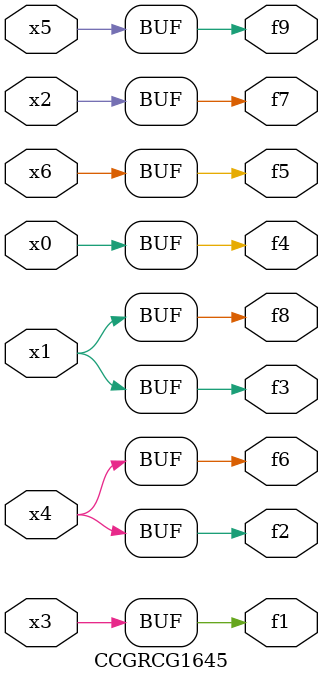
<source format=v>
module CCGRCG1645(
	input x0, x1, x2, x3, x4, x5, x6,
	output f1, f2, f3, f4, f5, f6, f7, f8, f9
);
	assign f1 = x3;
	assign f2 = x4;
	assign f3 = x1;
	assign f4 = x0;
	assign f5 = x6;
	assign f6 = x4;
	assign f7 = x2;
	assign f8 = x1;
	assign f9 = x5;
endmodule

</source>
